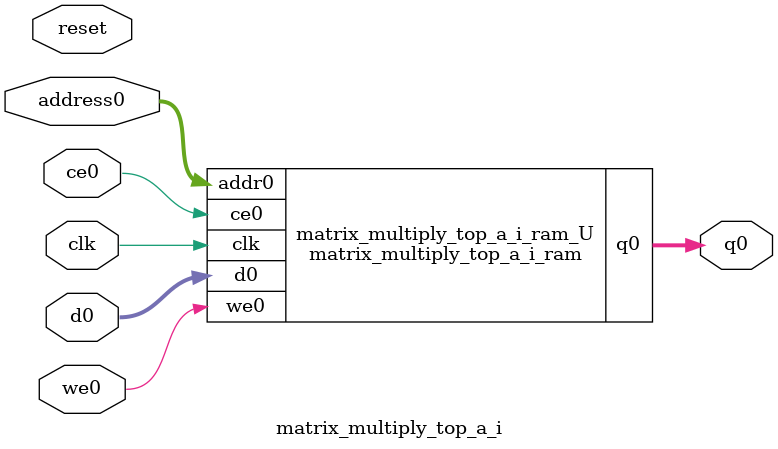
<source format=v>

`timescale 1 ns / 1 ps
module matrix_multiply_top_a_i_ram (addr0, ce0, d0, we0, q0,  clk);

parameter DWIDTH = 32;
parameter AWIDTH = 4;
parameter MEM_SIZE = 9;

input[AWIDTH-1:0] addr0;
input ce0;
input[DWIDTH-1:0] d0;
input we0;
output reg[DWIDTH-1:0] q0;
input clk;

(* ram_style = "distributed" *)reg [DWIDTH-1:0] ram[MEM_SIZE-1:0];




always @(posedge clk)  
begin 
    if (ce0) 
    begin
        if (we0) 
        begin 
            ram[addr0] <= d0; 
            q0 <= d0;
        end 
        else 
            q0 <= ram[addr0];
    end
end


endmodule


`timescale 1 ns / 1 ps
module matrix_multiply_top_a_i(
    reset,
    clk,
    address0,
    ce0,
    we0,
    d0,
    q0);

parameter DataWidth = 32'd32;
parameter AddressRange = 32'd9;
parameter AddressWidth = 32'd4;
input reset;
input clk;
input[AddressWidth - 1:0] address0;
input ce0;
input we0;
input[DataWidth - 1:0] d0;
output[DataWidth - 1:0] q0;



matrix_multiply_top_a_i_ram matrix_multiply_top_a_i_ram_U(
    .clk( clk ),
    .addr0( address0 ),
    .ce0( ce0 ),
    .d0( d0 ),
    .we0( we0 ),
    .q0( q0 ));

endmodule


</source>
